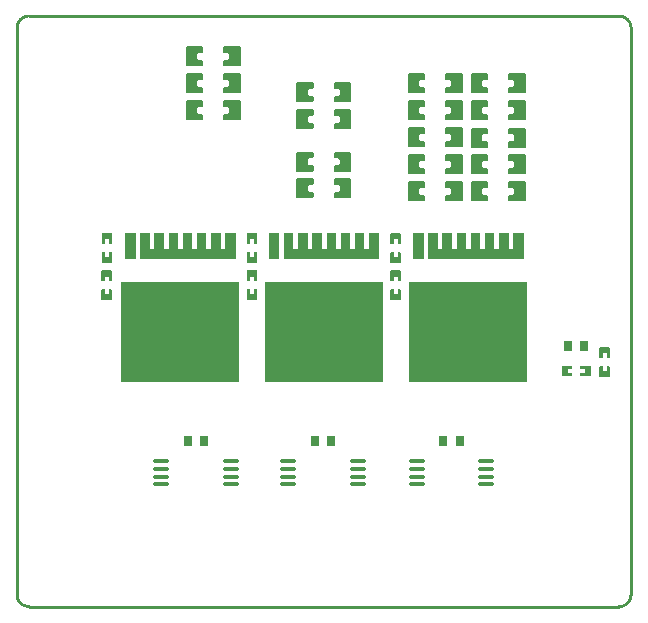
<source format=gbp>
G04*
G04 #@! TF.GenerationSoftware,Altium Limited,Altium Designer,22.0.2 (36)*
G04*
G04 Layer_Color=128*
%FSLAX24Y24*%
%MOIN*%
G70*
G04*
G04 #@! TF.SameCoordinates,22A08989-F282-469C-B082-2707E795951A*
G04*
G04*
G04 #@! TF.FilePolarity,Positive*
G04*
G01*
G75*
%ADD14C,0.0100*%
%ADD53O,0.0572X0.0139*%
%ADD54R,0.0315X0.0354*%
G36*
X7463Y18651D02*
Y18049D01*
X7424Y18010D01*
X6918D01*
X6878Y18049D01*
Y18195D01*
X6918Y18234D01*
X7038D01*
X7077Y18274D01*
Y18426D01*
X7038Y18466D01*
X6918D01*
X6878Y18505D01*
Y18651D01*
X6918Y18690D01*
X7424D01*
X7463Y18651D01*
D02*
G37*
G36*
X6209D02*
Y18505D01*
X6170Y18466D01*
X6050D01*
X6010Y18426D01*
Y18274D01*
X6050Y18234D01*
X6170D01*
X6209Y18195D01*
Y18049D01*
X6170Y18010D01*
X5664D01*
X5624Y18049D01*
Y18651D01*
X5664Y18690D01*
X6170D01*
X6209Y18651D01*
D02*
G37*
G36*
X16963Y17751D02*
Y17149D01*
X16924Y17110D01*
X16418D01*
X16378Y17149D01*
Y17295D01*
X16418Y17334D01*
X16538D01*
X16577Y17374D01*
Y17526D01*
X16538Y17566D01*
X16418D01*
X16378Y17605D01*
Y17751D01*
X16418Y17790D01*
X16924D01*
X16963Y17751D01*
D02*
G37*
G36*
X15709D02*
Y17605D01*
X15670Y17566D01*
X15550D01*
X15510Y17526D01*
Y17374D01*
X15550Y17334D01*
X15670D01*
X15709Y17295D01*
Y17149D01*
X15670Y17110D01*
X15164D01*
X15124Y17149D01*
Y17751D01*
X15164Y17790D01*
X15670D01*
X15709Y17751D01*
D02*
G37*
G36*
X14863D02*
Y17149D01*
X14824Y17110D01*
X14318D01*
X14278Y17149D01*
Y17295D01*
X14318Y17334D01*
X14438D01*
X14477Y17374D01*
Y17526D01*
X14438Y17566D01*
X14318D01*
X14278Y17605D01*
Y17751D01*
X14318Y17790D01*
X14824D01*
X14863Y17751D01*
D02*
G37*
G36*
X13609D02*
Y17605D01*
X13570Y17566D01*
X13450D01*
X13410Y17526D01*
Y17374D01*
X13450Y17334D01*
X13570D01*
X13609Y17295D01*
Y17149D01*
X13570Y17110D01*
X13064D01*
X13024Y17149D01*
Y17751D01*
X13064Y17790D01*
X13570D01*
X13609Y17751D01*
D02*
G37*
G36*
X7463D02*
Y17149D01*
X7424Y17110D01*
X6918D01*
X6878Y17149D01*
Y17295D01*
X6918Y17334D01*
X7038D01*
X7077Y17374D01*
Y17526D01*
X7038Y17566D01*
X6918D01*
X6878Y17605D01*
Y17751D01*
X6918Y17790D01*
X7424D01*
X7463Y17751D01*
D02*
G37*
G36*
X6209D02*
Y17605D01*
X6170Y17566D01*
X6050D01*
X6010Y17526D01*
Y17374D01*
X6050Y17334D01*
X6170D01*
X6209Y17295D01*
Y17149D01*
X6170Y17110D01*
X5664D01*
X5624Y17149D01*
Y17751D01*
X5664Y17790D01*
X6170D01*
X6209Y17751D01*
D02*
G37*
G36*
X11141Y17451D02*
Y16849D01*
X11102Y16810D01*
X10596D01*
X10557Y16849D01*
Y16995D01*
X10596Y17034D01*
X10716D01*
X10756Y17074D01*
Y17226D01*
X10716Y17266D01*
X10596D01*
X10557Y17305D01*
Y17451D01*
X10596Y17490D01*
X11102D01*
X11141Y17451D01*
D02*
G37*
G36*
X9887D02*
Y17305D01*
X9848Y17266D01*
X9728D01*
X9689Y17226D01*
Y17074D01*
X9728Y17034D01*
X9848D01*
X9887Y16995D01*
Y16849D01*
X9848Y16810D01*
X9342D01*
X9303Y16849D01*
Y17451D01*
X9342Y17490D01*
X9848D01*
X9887Y17451D01*
D02*
G37*
G36*
X16963Y16851D02*
Y16249D01*
X16924Y16210D01*
X16418D01*
X16378Y16249D01*
Y16395D01*
X16418Y16434D01*
X16538D01*
X16577Y16474D01*
Y16626D01*
X16538Y16666D01*
X16418D01*
X16378Y16705D01*
Y16851D01*
X16418Y16890D01*
X16924D01*
X16963Y16851D01*
D02*
G37*
G36*
X15709D02*
Y16705D01*
X15670Y16666D01*
X15550D01*
X15510Y16626D01*
Y16474D01*
X15550Y16434D01*
X15670D01*
X15709Y16395D01*
Y16249D01*
X15670Y16210D01*
X15164D01*
X15124Y16249D01*
Y16851D01*
X15164Y16890D01*
X15670D01*
X15709Y16851D01*
D02*
G37*
G36*
X14863D02*
Y16249D01*
X14824Y16210D01*
X14318D01*
X14278Y16249D01*
Y16395D01*
X14318Y16434D01*
X14438D01*
X14477Y16474D01*
Y16626D01*
X14438Y16666D01*
X14318D01*
X14278Y16705D01*
Y16851D01*
X14318Y16890D01*
X14824D01*
X14863Y16851D01*
D02*
G37*
G36*
X13609D02*
Y16705D01*
X13570Y16666D01*
X13450D01*
X13410Y16626D01*
Y16474D01*
X13450Y16434D01*
X13570D01*
X13609Y16395D01*
Y16249D01*
X13570Y16210D01*
X13064D01*
X13024Y16249D01*
Y16851D01*
X13064Y16890D01*
X13570D01*
X13609Y16851D01*
D02*
G37*
G36*
X7463D02*
Y16249D01*
X7424Y16210D01*
X6918D01*
X6878Y16249D01*
Y16395D01*
X6918Y16434D01*
X7038D01*
X7077Y16474D01*
Y16626D01*
X7038Y16666D01*
X6918D01*
X6878Y16705D01*
Y16851D01*
X6918Y16890D01*
X7424D01*
X7463Y16851D01*
D02*
G37*
G36*
X6209D02*
Y16705D01*
X6170Y16666D01*
X6050D01*
X6010Y16626D01*
Y16474D01*
X6050Y16434D01*
X6170D01*
X6209Y16395D01*
Y16249D01*
X6170Y16210D01*
X5664D01*
X5624Y16249D01*
Y16851D01*
X5664Y16890D01*
X6170D01*
X6209Y16851D01*
D02*
G37*
G36*
X11141Y16551D02*
Y15949D01*
X11102Y15910D01*
X10596D01*
X10557Y15949D01*
Y16095D01*
X10596Y16134D01*
X10716D01*
X10756Y16174D01*
Y16326D01*
X10716Y16366D01*
X10596D01*
X10557Y16405D01*
Y16551D01*
X10596Y16590D01*
X11102D01*
X11141Y16551D01*
D02*
G37*
G36*
X9887D02*
Y16405D01*
X9848Y16366D01*
X9728D01*
X9689Y16326D01*
Y16174D01*
X9728Y16134D01*
X9848D01*
X9887Y16095D01*
Y15949D01*
X9848Y15910D01*
X9342D01*
X9303Y15949D01*
Y16551D01*
X9342Y16590D01*
X9848D01*
X9887Y16551D01*
D02*
G37*
G36*
X14863Y15951D02*
Y15349D01*
X14824Y15310D01*
X14318D01*
X14278Y15349D01*
Y15495D01*
X14318Y15534D01*
X14438D01*
X14477Y15574D01*
Y15726D01*
X14438Y15766D01*
X14318D01*
X14278Y15805D01*
Y15951D01*
X14318Y15990D01*
X14824D01*
X14863Y15951D01*
D02*
G37*
G36*
X13609D02*
Y15805D01*
X13570Y15766D01*
X13450D01*
X13410Y15726D01*
Y15574D01*
X13450Y15534D01*
X13570D01*
X13609Y15495D01*
Y15349D01*
X13570Y15310D01*
X13064D01*
X13024Y15349D01*
Y15951D01*
X13064Y15990D01*
X13570D01*
X13609Y15951D01*
D02*
G37*
G36*
X16963Y15926D02*
Y15324D01*
X16924Y15285D01*
X16418D01*
X16378Y15324D01*
Y15470D01*
X16418Y15509D01*
X16538D01*
X16577Y15549D01*
Y15701D01*
X16538Y15741D01*
X16418D01*
X16378Y15780D01*
Y15926D01*
X16418Y15965D01*
X16924D01*
X16963Y15926D01*
D02*
G37*
G36*
X15709D02*
Y15780D01*
X15670Y15741D01*
X15550D01*
X15510Y15701D01*
Y15549D01*
X15550Y15509D01*
X15670D01*
X15709Y15470D01*
Y15324D01*
X15670Y15285D01*
X15164D01*
X15124Y15324D01*
Y15926D01*
X15164Y15965D01*
X15670D01*
X15709Y15926D01*
D02*
G37*
G36*
X11141Y15130D02*
Y14528D01*
X11102Y14489D01*
X10596D01*
X10557Y14528D01*
Y14674D01*
X10596Y14713D01*
X10716D01*
X10756Y14752D01*
Y14905D01*
X10716Y14944D01*
X10596D01*
X10557Y14984D01*
Y15130D01*
X10596Y15169D01*
X11102D01*
X11141Y15130D01*
D02*
G37*
G36*
X9887D02*
Y14984D01*
X9848Y14944D01*
X9728D01*
X9689Y14905D01*
Y14752D01*
X9728Y14713D01*
X9848D01*
X9887Y14674D01*
Y14528D01*
X9848Y14489D01*
X9342D01*
X9303Y14528D01*
Y15130D01*
X9342Y15169D01*
X9848D01*
X9887Y15130D01*
D02*
G37*
G36*
X16963Y15051D02*
Y14449D01*
X16924Y14410D01*
X16418D01*
X16378Y14449D01*
Y14595D01*
X16418Y14634D01*
X16538D01*
X16577Y14674D01*
Y14826D01*
X16538Y14866D01*
X16418D01*
X16378Y14905D01*
Y15051D01*
X16418Y15090D01*
X16924D01*
X16963Y15051D01*
D02*
G37*
G36*
X15709D02*
Y14905D01*
X15670Y14866D01*
X15550D01*
X15510Y14826D01*
Y14674D01*
X15550Y14634D01*
X15670D01*
X15709Y14595D01*
Y14449D01*
X15670Y14410D01*
X15164D01*
X15124Y14449D01*
Y15051D01*
X15164Y15090D01*
X15670D01*
X15709Y15051D01*
D02*
G37*
G36*
X14863D02*
Y14449D01*
X14824Y14410D01*
X14318D01*
X14278Y14449D01*
Y14595D01*
X14318Y14634D01*
X14438D01*
X14477Y14674D01*
Y14826D01*
X14438Y14866D01*
X14318D01*
X14278Y14905D01*
Y15051D01*
X14318Y15090D01*
X14824D01*
X14863Y15051D01*
D02*
G37*
G36*
X13609D02*
Y14905D01*
X13570Y14866D01*
X13450D01*
X13410Y14826D01*
Y14674D01*
X13450Y14634D01*
X13570D01*
X13609Y14595D01*
Y14449D01*
X13570Y14410D01*
X13064D01*
X13024Y14449D01*
Y15051D01*
X13064Y15090D01*
X13570D01*
X13609Y15051D01*
D02*
G37*
G36*
X11141Y14251D02*
Y13649D01*
X11102Y13610D01*
X10596D01*
X10557Y13649D01*
Y13795D01*
X10596Y13834D01*
X10716D01*
X10756Y13874D01*
Y14026D01*
X10716Y14066D01*
X10596D01*
X10557Y14105D01*
Y14251D01*
X10596Y14290D01*
X11102D01*
X11141Y14251D01*
D02*
G37*
G36*
X9887D02*
Y14105D01*
X9848Y14066D01*
X9728D01*
X9689Y14026D01*
Y13874D01*
X9728Y13834D01*
X9848D01*
X9887Y13795D01*
Y13649D01*
X9848Y13610D01*
X9342D01*
X9303Y13649D01*
Y14251D01*
X9342Y14290D01*
X9848D01*
X9887Y14251D01*
D02*
G37*
G36*
X16963Y14151D02*
Y13549D01*
X16924Y13510D01*
X16418D01*
X16378Y13549D01*
Y13695D01*
X16418Y13734D01*
X16538D01*
X16577Y13774D01*
Y13926D01*
X16538Y13966D01*
X16418D01*
X16378Y14005D01*
Y14151D01*
X16418Y14190D01*
X16924D01*
X16963Y14151D01*
D02*
G37*
G36*
X15709D02*
Y14005D01*
X15670Y13966D01*
X15550D01*
X15510Y13926D01*
Y13774D01*
X15550Y13734D01*
X15670D01*
X15709Y13695D01*
Y13549D01*
X15670Y13510D01*
X15164D01*
X15124Y13549D01*
Y14151D01*
X15164Y14190D01*
X15670D01*
X15709Y14151D01*
D02*
G37*
G36*
X14863D02*
Y13549D01*
X14824Y13510D01*
X14318D01*
X14278Y13549D01*
Y13695D01*
X14318Y13734D01*
X14438D01*
X14477Y13774D01*
Y13926D01*
X14438Y13966D01*
X14318D01*
X14278Y14005D01*
Y14151D01*
X14318Y14190D01*
X14824D01*
X14863Y14151D01*
D02*
G37*
G36*
X13609D02*
Y14005D01*
X13570Y13966D01*
X13450D01*
X13410Y13926D01*
Y13774D01*
X13450Y13734D01*
X13570D01*
X13609Y13695D01*
Y13549D01*
X13570Y13510D01*
X13064D01*
X13024Y13549D01*
Y14151D01*
X13064Y14190D01*
X13570D01*
X13609Y14151D01*
D02*
G37*
G36*
X12805Y12420D02*
Y12109D01*
X12785Y12090D01*
X12690D01*
Y12239D01*
X12560D01*
Y12090D01*
X12470D01*
X12451Y12109D01*
Y12420D01*
X12470Y12440D01*
X12785D01*
X12805Y12420D01*
D02*
G37*
G36*
X8013D02*
Y12109D01*
X7993Y12090D01*
X7898D01*
Y12239D01*
X7768D01*
Y12090D01*
X7678D01*
X7659Y12109D01*
Y12420D01*
X7678Y12440D01*
X7993D01*
X8013Y12420D01*
D02*
G37*
G36*
X3177D02*
Y12109D01*
X3157Y12090D01*
X3062D01*
Y12239D01*
X2932D01*
Y12090D01*
X2843D01*
X2823Y12109D01*
Y12420D01*
X2843Y12440D01*
X3157D01*
X3177Y12420D01*
D02*
G37*
G36*
X16894Y11591D02*
X13697D01*
Y12457D01*
X14028D01*
Y11906D01*
X14181D01*
Y12457D01*
X14500D01*
Y11906D01*
X14654D01*
Y12457D01*
X14973D01*
Y11906D01*
X15130D01*
Y12457D01*
X15441D01*
Y11906D01*
X15603D01*
Y12457D01*
X15914D01*
Y11910D01*
X15918Y11906D01*
X16071D01*
Y12457D01*
X16390D01*
Y11906D01*
X16536D01*
Y12457D01*
X16894D01*
Y11591D01*
D02*
G37*
G36*
X12083D02*
X8887D01*
Y12457D01*
X9217D01*
Y11906D01*
X9371D01*
Y12457D01*
X9690D01*
Y11906D01*
X9843D01*
Y12457D01*
X10162D01*
Y11906D01*
X10320D01*
Y12457D01*
X10631D01*
Y11906D01*
X10792D01*
Y12457D01*
X11103D01*
Y11910D01*
X11107Y11906D01*
X11261D01*
Y12457D01*
X11580D01*
Y11906D01*
X11725D01*
Y12457D01*
X12083D01*
Y11591D01*
D02*
G37*
G36*
X7294D02*
X4097D01*
Y12457D01*
X4428D01*
Y11906D01*
X4581D01*
Y12457D01*
X4900D01*
Y11906D01*
X5054D01*
Y12457D01*
X5373D01*
Y11906D01*
X5530D01*
Y12457D01*
X5841D01*
Y11906D01*
X6003D01*
Y12457D01*
X6314D01*
Y11910D01*
X6318Y11906D01*
X6471D01*
Y12457D01*
X6790D01*
Y11906D01*
X6936D01*
Y12457D01*
X7294D01*
Y11591D01*
D02*
G37*
G36*
X12805Y11794D02*
Y11480D01*
X12785Y11460D01*
X12470D01*
X12451Y11480D01*
Y11794D01*
X12470Y11814D01*
X12560D01*
Y11668D01*
X12690D01*
Y11814D01*
X12785D01*
X12805Y11794D01*
D02*
G37*
G36*
X8013D02*
Y11480D01*
X7993Y11460D01*
X7678D01*
X7659Y11480D01*
Y11794D01*
X7678Y11814D01*
X7768D01*
Y11668D01*
X7898D01*
Y11814D01*
X7993D01*
X8013Y11794D01*
D02*
G37*
G36*
X3177D02*
Y11480D01*
X3157Y11460D01*
X2843D01*
X2823Y11480D01*
Y11794D01*
X2843Y11814D01*
X2932D01*
Y11668D01*
X3062D01*
Y11814D01*
X3157D01*
X3177Y11794D01*
D02*
G37*
G36*
X13558Y11591D02*
X13203D01*
Y12457D01*
X13558D01*
Y11591D01*
D02*
G37*
G36*
X8747D02*
X8393D01*
Y12457D01*
X8747D01*
Y11591D01*
D02*
G37*
G36*
X3957D02*
X3603D01*
Y12457D01*
X3957D01*
Y11591D01*
D02*
G37*
G36*
X12805Y11189D02*
Y10874D01*
X12785Y10855D01*
X12696D01*
Y11000D01*
X12566D01*
Y10855D01*
X12470D01*
X12451Y10874D01*
Y11189D01*
X12470Y11209D01*
X12785D01*
X12805Y11189D01*
D02*
G37*
G36*
X8013D02*
Y10874D01*
X7993Y10855D01*
X7904D01*
Y11000D01*
X7774D01*
Y10855D01*
X7678D01*
X7659Y10874D01*
Y11189D01*
X7678Y11209D01*
X7993D01*
X8013Y11189D01*
D02*
G37*
G36*
X3171D02*
Y10874D01*
X3151Y10855D01*
X3061D01*
Y11000D01*
X2932D01*
Y10855D01*
X2836D01*
X2817Y10874D01*
Y11189D01*
X2836Y11209D01*
X3151D01*
X3171Y11189D01*
D02*
G37*
G36*
X12805Y10559D02*
Y10248D01*
X12785Y10229D01*
X12470D01*
X12451Y10248D01*
Y10559D01*
X12470Y10579D01*
X12566D01*
Y10430D01*
X12696D01*
Y10579D01*
X12785D01*
X12805Y10559D01*
D02*
G37*
G36*
X8013D02*
Y10248D01*
X7993Y10229D01*
X7678D01*
X7659Y10248D01*
Y10559D01*
X7678Y10579D01*
X7774D01*
Y10430D01*
X7904D01*
Y10579D01*
X7993D01*
X8013Y10559D01*
D02*
G37*
G36*
X3171D02*
Y10248D01*
X3151Y10229D01*
X2836D01*
X2817Y10248D01*
Y10559D01*
X2836Y10579D01*
X2932D01*
Y10430D01*
X3061D01*
Y10579D01*
X3151D01*
X3171Y10559D01*
D02*
G37*
G36*
X19771Y8620D02*
Y8309D01*
X19751Y8290D01*
X19656D01*
Y8439D01*
X19526D01*
Y8290D01*
X19436D01*
X19417Y8309D01*
Y8620D01*
X19436Y8640D01*
X19751D01*
X19771Y8620D01*
D02*
G37*
G36*
Y7994D02*
Y7680D01*
X19751Y7660D01*
X19436D01*
X19417Y7680D01*
Y7994D01*
X19436Y8014D01*
X19526D01*
Y7868D01*
X19656D01*
Y8014D01*
X19751D01*
X19771Y7994D01*
D02*
G37*
G36*
X19134Y8007D02*
Y7693D01*
X19114Y7673D01*
X18803D01*
X18783Y7693D01*
Y7788D01*
X18933D01*
Y7918D01*
X18783D01*
Y8007D01*
X18803Y8027D01*
X19114D01*
X19134Y8007D01*
D02*
G37*
G36*
X18508D02*
Y7918D01*
X18362D01*
Y7788D01*
X18508D01*
Y7693D01*
X18488Y7673D01*
X18173D01*
X18154Y7693D01*
Y8007D01*
X18173Y8027D01*
X18488D01*
X18508Y8007D01*
D02*
G37*
G36*
X17012Y7477D02*
X13075D01*
Y10823D01*
X17012D01*
Y7477D01*
D02*
G37*
G36*
X12202D02*
X8265D01*
Y10823D01*
X12202D01*
Y7477D01*
D02*
G37*
G36*
X7412D02*
X3475D01*
Y10823D01*
X7412D01*
Y7477D01*
D02*
G37*
D14*
X20079Y0D02*
G03*
X20472Y394I0J394D01*
G01*
Y19291D02*
G03*
X20079Y19685I-394J0D01*
G01*
X394D02*
G03*
X0Y19291I0J-394D01*
G01*
Y394D02*
G03*
X394Y0I394J0D01*
G01*
Y19685D02*
X20079D01*
X394Y0D02*
X20079D01*
X0Y394D02*
Y19291D01*
X20472Y394D02*
Y19291D01*
D53*
X4815Y4078D02*
D03*
Y4334D02*
D03*
Y4590D02*
D03*
Y4846D02*
D03*
X7120Y4078D02*
D03*
Y4334D02*
D03*
Y4590D02*
D03*
Y4846D02*
D03*
X9052Y4078D02*
D03*
Y4334D02*
D03*
Y4590D02*
D03*
Y4846D02*
D03*
X11356Y4078D02*
D03*
Y4334D02*
D03*
Y4590D02*
D03*
Y4846D02*
D03*
X13328Y4078D02*
D03*
Y4334D02*
D03*
Y4590D02*
D03*
Y4846D02*
D03*
X15633Y4078D02*
D03*
Y4334D02*
D03*
Y4590D02*
D03*
Y4846D02*
D03*
D54*
X18913Y8700D02*
D03*
X18362D02*
D03*
X14759Y5508D02*
D03*
X14208D02*
D03*
X10483D02*
D03*
X9931D02*
D03*
X6246D02*
D03*
X5695D02*
D03*
M02*

</source>
